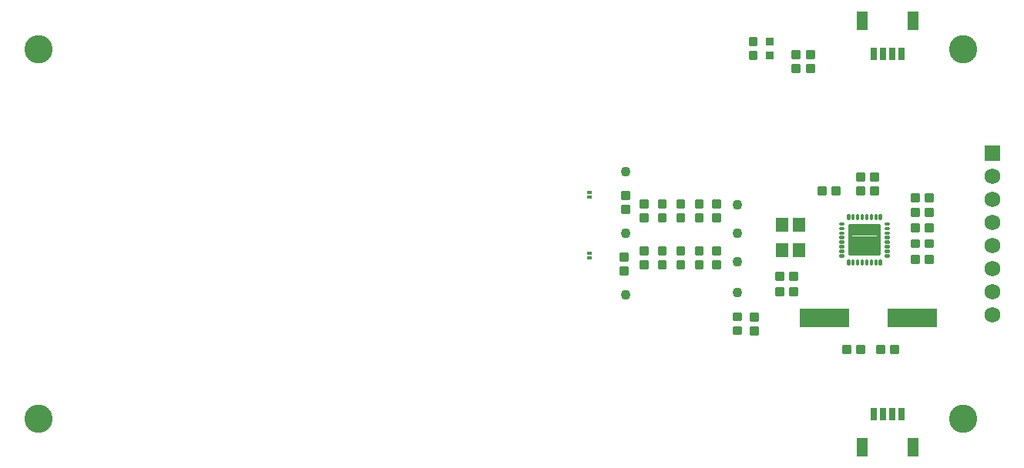
<source format=gbr>
G04 EAGLE Gerber RS-274X export*
G75*
%MOMM*%
%FSLAX34Y34*%
%LPD*%
%INSoldermask Top*%
%IPPOS*%
%AMOC8*
5,1,8,0,0,1.08239X$1,22.5*%
G01*
%ADD10C,3.101600*%
%ADD11R,1.401600X1.601600*%
%ADD12C,0.326897*%
%ADD13C,1.101600*%
%ADD14R,0.531600X0.381600*%
%ADD15C,0.225022*%
%ADD16C,0.461706*%
%ADD17R,5.435600X2.032000*%
%ADD18R,0.701600X1.451600*%
%ADD19R,1.301600X2.101600*%
%ADD20R,0.901600X0.901600*%
%ADD21R,1.752600X1.752600*%
%ADD22C,1.752600*%


D10*
X46800Y46800D03*
X46800Y453200D03*
X1062800Y46800D03*
X1062800Y453200D03*
D11*
X863700Y260350D03*
X882700Y260350D03*
X863700Y232410D03*
X882700Y232410D03*
D12*
X749191Y279851D02*
X749191Y286489D01*
X755829Y286489D01*
X755829Y279851D01*
X749191Y279851D01*
X749191Y282957D02*
X755829Y282957D01*
X755829Y286063D02*
X749191Y286063D01*
X749191Y271249D02*
X749191Y264611D01*
X749191Y271249D02*
X755829Y271249D01*
X755829Y264611D01*
X749191Y264611D01*
X749191Y267717D02*
X755829Y267717D01*
X755829Y270823D02*
X749191Y270823D01*
X749191Y234499D02*
X749191Y227861D01*
X749191Y234499D02*
X755829Y234499D01*
X755829Y227861D01*
X749191Y227861D01*
X749191Y230967D02*
X755829Y230967D01*
X755829Y234073D02*
X749191Y234073D01*
X749191Y219259D02*
X749191Y212621D01*
X749191Y219259D02*
X755829Y219259D01*
X755829Y212621D01*
X749191Y212621D01*
X749191Y215727D02*
X755829Y215727D01*
X755829Y218833D02*
X749191Y218833D01*
X769471Y279851D02*
X769471Y286489D01*
X776109Y286489D01*
X776109Y279851D01*
X769471Y279851D01*
X769471Y282957D02*
X776109Y282957D01*
X776109Y286063D02*
X769471Y286063D01*
X769471Y271249D02*
X769471Y264611D01*
X769471Y271249D02*
X776109Y271249D01*
X776109Y264611D01*
X769471Y264611D01*
X769471Y267717D02*
X776109Y267717D01*
X776109Y270823D02*
X769471Y270823D01*
X769471Y234499D02*
X769471Y227861D01*
X769471Y234499D02*
X776109Y234499D01*
X776109Y227861D01*
X769471Y227861D01*
X769471Y230967D02*
X776109Y230967D01*
X776109Y234073D02*
X769471Y234073D01*
X769471Y219259D02*
X769471Y212621D01*
X769471Y219259D02*
X776109Y219259D01*
X776109Y212621D01*
X769471Y212621D01*
X769471Y215727D02*
X776109Y215727D01*
X776109Y218833D02*
X769471Y218833D01*
X728911Y279851D02*
X728911Y286489D01*
X735549Y286489D01*
X735549Y279851D01*
X728911Y279851D01*
X728911Y282957D02*
X735549Y282957D01*
X735549Y286063D02*
X728911Y286063D01*
X728911Y271249D02*
X728911Y264611D01*
X728911Y271249D02*
X735549Y271249D01*
X735549Y264611D01*
X728911Y264611D01*
X728911Y267717D02*
X735549Y267717D01*
X735549Y270823D02*
X728911Y270823D01*
X728911Y234499D02*
X728911Y227861D01*
X728911Y234499D02*
X735549Y234499D01*
X735549Y227861D01*
X728911Y227861D01*
X728911Y230967D02*
X735549Y230967D01*
X735549Y234073D02*
X728911Y234073D01*
X728911Y219259D02*
X728911Y212621D01*
X728911Y219259D02*
X735549Y219259D01*
X735549Y212621D01*
X728911Y212621D01*
X728911Y215727D02*
X735549Y215727D01*
X735549Y218833D02*
X728911Y218833D01*
X708631Y279851D02*
X708631Y286489D01*
X715269Y286489D01*
X715269Y279851D01*
X708631Y279851D01*
X708631Y282957D02*
X715269Y282957D01*
X715269Y286063D02*
X708631Y286063D01*
X708631Y271249D02*
X708631Y264611D01*
X708631Y271249D02*
X715269Y271249D01*
X715269Y264611D01*
X708631Y264611D01*
X708631Y267717D02*
X715269Y267717D01*
X715269Y270823D02*
X708631Y270823D01*
X708631Y234499D02*
X708631Y227861D01*
X708631Y234499D02*
X715269Y234499D01*
X715269Y227861D01*
X708631Y227861D01*
X708631Y230967D02*
X715269Y230967D01*
X715269Y234073D02*
X708631Y234073D01*
X708631Y219259D02*
X708631Y212621D01*
X708631Y219259D02*
X715269Y219259D01*
X715269Y212621D01*
X708631Y212621D01*
X708631Y215727D02*
X715269Y215727D01*
X715269Y218833D02*
X708631Y218833D01*
D13*
X814780Y281760D03*
X814780Y250730D03*
X814780Y219700D03*
X691670Y182870D03*
X691670Y318590D03*
X691710Y250730D03*
D12*
X857649Y182983D02*
X864287Y182983D01*
X857649Y182983D02*
X857649Y189621D01*
X864287Y189621D01*
X864287Y182983D01*
X864287Y186089D02*
X857649Y186089D01*
X857649Y189195D02*
X864287Y189195D01*
X872889Y182983D02*
X879527Y182983D01*
X872889Y182983D02*
X872889Y189621D01*
X879527Y189621D01*
X879527Y182983D01*
X879527Y186089D02*
X872889Y186089D01*
X872889Y189195D02*
X879527Y189195D01*
X879527Y206305D02*
X872889Y206305D01*
X879527Y206305D02*
X879527Y199667D01*
X872889Y199667D01*
X872889Y206305D01*
X872889Y202773D02*
X879527Y202773D01*
X879527Y205879D02*
X872889Y205879D01*
X864287Y206305D02*
X857649Y206305D01*
X864287Y206305D02*
X864287Y199667D01*
X857649Y199667D01*
X857649Y206305D01*
X857649Y202773D02*
X864287Y202773D01*
X864287Y205879D02*
X857649Y205879D01*
X836533Y146777D02*
X836533Y140139D01*
X829895Y140139D01*
X829895Y146777D01*
X836533Y146777D01*
X836533Y143245D02*
X829895Y143245D01*
X829895Y146351D02*
X836533Y146351D01*
X836533Y155379D02*
X836533Y162017D01*
X836533Y155379D02*
X829895Y155379D01*
X829895Y162017D01*
X836533Y162017D01*
X836533Y158485D02*
X829895Y158485D01*
X829895Y161591D02*
X836533Y161591D01*
X818099Y146869D02*
X818099Y140231D01*
X811461Y140231D01*
X811461Y146869D01*
X818099Y146869D01*
X818099Y143337D02*
X811461Y143337D01*
X811461Y146443D02*
X818099Y146443D01*
X818099Y155471D02*
X818099Y162109D01*
X818099Y155471D02*
X811461Y155471D01*
X811461Y162109D01*
X818099Y162109D01*
X818099Y158577D02*
X811461Y158577D01*
X811461Y161683D02*
X818099Y161683D01*
D13*
X814780Y185420D03*
D12*
X688311Y288821D02*
X688311Y295459D01*
X694949Y295459D01*
X694949Y288821D01*
X688311Y288821D01*
X688311Y291927D02*
X694949Y291927D01*
X694949Y295033D02*
X688311Y295033D01*
X688311Y280219D02*
X688311Y273581D01*
X688311Y280219D02*
X694949Y280219D01*
X694949Y273581D01*
X688311Y273581D01*
X688311Y276687D02*
X694949Y276687D01*
X694949Y279793D02*
X688311Y279793D01*
X687081Y228069D02*
X687081Y221431D01*
X687081Y228069D02*
X693719Y228069D01*
X693719Y221431D01*
X687081Y221431D01*
X687081Y224537D02*
X693719Y224537D01*
X693719Y227643D02*
X687081Y227643D01*
X687081Y212829D02*
X687081Y206191D01*
X687081Y212829D02*
X693719Y212829D01*
X693719Y206191D01*
X687081Y206191D01*
X687081Y209297D02*
X693719Y209297D01*
X693719Y212403D02*
X687081Y212403D01*
D14*
X652220Y290820D03*
X652220Y295920D03*
X652220Y228610D03*
X652220Y223510D03*
D12*
X795159Y264611D02*
X795159Y271249D01*
X795159Y264611D02*
X788521Y264611D01*
X788521Y271249D01*
X795159Y271249D01*
X795159Y267717D02*
X788521Y267717D01*
X788521Y270823D02*
X795159Y270823D01*
X795159Y279851D02*
X795159Y286489D01*
X795159Y279851D02*
X788521Y279851D01*
X788521Y286489D01*
X795159Y286489D01*
X795159Y282957D02*
X788521Y282957D01*
X788521Y286063D02*
X795159Y286063D01*
X795159Y219259D02*
X795159Y212621D01*
X788521Y212621D01*
X788521Y219259D01*
X795159Y219259D01*
X795159Y215727D02*
X788521Y215727D01*
X788521Y218833D02*
X795159Y218833D01*
X795159Y227861D02*
X795159Y234499D01*
X795159Y227861D02*
X788521Y227861D01*
X788521Y234499D01*
X795159Y234499D01*
X795159Y230967D02*
X788521Y230967D01*
X788521Y234073D02*
X795159Y234073D01*
D15*
X970891Y270723D02*
X972157Y270723D01*
X972157Y266957D01*
X970891Y266957D01*
X970891Y270723D01*
X970891Y269094D02*
X972157Y269094D01*
X967157Y270723D02*
X965891Y270723D01*
X967157Y270723D02*
X967157Y266957D01*
X965891Y266957D01*
X965891Y270723D01*
X965891Y269094D02*
X967157Y269094D01*
X962157Y270723D02*
X960891Y270723D01*
X962157Y270723D02*
X962157Y266957D01*
X960891Y266957D01*
X960891Y270723D01*
X960891Y269094D02*
X962157Y269094D01*
X957157Y270723D02*
X955891Y270723D01*
X957157Y270723D02*
X957157Y266957D01*
X955891Y266957D01*
X955891Y270723D01*
X955891Y269094D02*
X957157Y269094D01*
X952157Y270723D02*
X950891Y270723D01*
X952157Y270723D02*
X952157Y266957D01*
X950891Y266957D01*
X950891Y270723D01*
X950891Y269094D02*
X952157Y269094D01*
X947157Y270723D02*
X945891Y270723D01*
X947157Y270723D02*
X947157Y266957D01*
X945891Y266957D01*
X945891Y270723D01*
X945891Y269094D02*
X947157Y269094D01*
X942157Y270723D02*
X940891Y270723D01*
X942157Y270723D02*
X942157Y266957D01*
X940891Y266957D01*
X940891Y270723D01*
X940891Y269094D02*
X942157Y269094D01*
X937157Y270723D02*
X935891Y270723D01*
X937157Y270723D02*
X937157Y266957D01*
X935891Y266957D01*
X935891Y270723D01*
X935891Y269094D02*
X937157Y269094D01*
X927141Y261973D02*
X927141Y260707D01*
X927141Y261973D02*
X930907Y261973D01*
X930907Y260707D01*
X927141Y260707D01*
X927141Y256973D02*
X927141Y255707D01*
X927141Y256973D02*
X930907Y256973D01*
X930907Y255707D01*
X927141Y255707D01*
X927141Y251973D02*
X927141Y250707D01*
X927141Y251973D02*
X930907Y251973D01*
X930907Y250707D01*
X927141Y250707D01*
X927141Y246973D02*
X927141Y245707D01*
X927141Y246973D02*
X930907Y246973D01*
X930907Y245707D01*
X927141Y245707D01*
X927141Y241973D02*
X927141Y240707D01*
X927141Y241973D02*
X930907Y241973D01*
X930907Y240707D01*
X927141Y240707D01*
X927141Y236973D02*
X927141Y235707D01*
X927141Y236973D02*
X930907Y236973D01*
X930907Y235707D01*
X927141Y235707D01*
X927141Y231973D02*
X927141Y230707D01*
X927141Y231973D02*
X930907Y231973D01*
X930907Y230707D01*
X927141Y230707D01*
X927141Y226973D02*
X927141Y225707D01*
X927141Y226973D02*
X930907Y226973D01*
X930907Y225707D01*
X927141Y225707D01*
X935891Y216957D02*
X937157Y216957D01*
X935891Y216957D02*
X935891Y220723D01*
X937157Y220723D01*
X937157Y216957D01*
X937157Y219094D02*
X935891Y219094D01*
X940891Y216957D02*
X942157Y216957D01*
X940891Y216957D02*
X940891Y220723D01*
X942157Y220723D01*
X942157Y216957D01*
X942157Y219094D02*
X940891Y219094D01*
X945891Y216957D02*
X947157Y216957D01*
X945891Y216957D02*
X945891Y220723D01*
X947157Y220723D01*
X947157Y216957D01*
X947157Y219094D02*
X945891Y219094D01*
X950891Y216957D02*
X952157Y216957D01*
X950891Y216957D02*
X950891Y220723D01*
X952157Y220723D01*
X952157Y216957D01*
X952157Y219094D02*
X950891Y219094D01*
X955891Y216957D02*
X957157Y216957D01*
X955891Y216957D02*
X955891Y220723D01*
X957157Y220723D01*
X957157Y216957D01*
X957157Y219094D02*
X955891Y219094D01*
X960891Y216957D02*
X962157Y216957D01*
X960891Y216957D02*
X960891Y220723D01*
X962157Y220723D01*
X962157Y216957D01*
X962157Y219094D02*
X960891Y219094D01*
X965891Y216957D02*
X967157Y216957D01*
X965891Y216957D02*
X965891Y220723D01*
X967157Y220723D01*
X967157Y216957D01*
X967157Y219094D02*
X965891Y219094D01*
X970891Y216957D02*
X972157Y216957D01*
X970891Y216957D02*
X970891Y220723D01*
X972157Y220723D01*
X972157Y216957D01*
X972157Y219094D02*
X970891Y219094D01*
X980907Y225707D02*
X980907Y226973D01*
X980907Y225707D02*
X977141Y225707D01*
X977141Y226973D01*
X980907Y226973D01*
X980907Y230707D02*
X980907Y231973D01*
X980907Y230707D02*
X977141Y230707D01*
X977141Y231973D01*
X980907Y231973D01*
X980907Y235707D02*
X980907Y236973D01*
X980907Y235707D02*
X977141Y235707D01*
X977141Y236973D01*
X980907Y236973D01*
X980907Y240707D02*
X980907Y241973D01*
X980907Y240707D02*
X977141Y240707D01*
X977141Y241973D01*
X980907Y241973D01*
X980907Y245707D02*
X980907Y246973D01*
X980907Y245707D02*
X977141Y245707D01*
X977141Y246973D01*
X980907Y246973D01*
X980907Y250707D02*
X980907Y251973D01*
X980907Y250707D02*
X977141Y250707D01*
X977141Y251973D01*
X980907Y251973D01*
X980907Y255707D02*
X980907Y256973D01*
X980907Y255707D02*
X977141Y255707D01*
X977141Y256973D01*
X980907Y256973D01*
X980907Y260707D02*
X980907Y261973D01*
X980907Y260707D02*
X977141Y260707D01*
X977141Y261973D01*
X980907Y261973D01*
D16*
X938574Y259290D02*
X938574Y228390D01*
X938574Y259290D02*
X969474Y259290D01*
X969474Y228390D01*
X938574Y228390D01*
X938574Y232776D02*
X969474Y232776D01*
X969474Y237162D02*
X938574Y237162D01*
X938574Y241548D02*
X969474Y241548D01*
X969474Y245934D02*
X938574Y245934D01*
X938574Y250320D02*
X969474Y250320D01*
X969474Y254706D02*
X938574Y254706D01*
X938574Y259092D02*
X969474Y259092D01*
D17*
X1006856Y157988D03*
X910336Y157988D03*
D12*
X946895Y126255D02*
X953533Y126255D01*
X953533Y119617D01*
X946895Y119617D01*
X946895Y126255D01*
X946895Y122723D02*
X953533Y122723D01*
X953533Y125829D02*
X946895Y125829D01*
X938293Y126255D02*
X931655Y126255D01*
X938293Y126255D02*
X938293Y119617D01*
X931655Y119617D01*
X931655Y126255D01*
X931655Y122723D02*
X938293Y122723D01*
X938293Y125829D02*
X931655Y125829D01*
X968739Y119617D02*
X975377Y119617D01*
X968739Y119617D02*
X968739Y126255D01*
X975377Y126255D01*
X975377Y119617D01*
X975377Y122723D02*
X968739Y122723D01*
X968739Y125829D02*
X975377Y125829D01*
X983979Y119617D02*
X990617Y119617D01*
X983979Y119617D02*
X983979Y126255D01*
X990617Y126255D01*
X990617Y119617D01*
X990617Y122723D02*
X983979Y122723D01*
X983979Y125829D02*
X990617Y125829D01*
X953787Y293861D02*
X947149Y293861D01*
X947149Y300499D01*
X953787Y300499D01*
X953787Y293861D01*
X953787Y296967D02*
X947149Y296967D01*
X947149Y300073D02*
X953787Y300073D01*
X962389Y293861D02*
X969027Y293861D01*
X962389Y293861D02*
X962389Y300499D01*
X969027Y300499D01*
X969027Y293861D01*
X969027Y296967D02*
X962389Y296967D01*
X962389Y300073D02*
X969027Y300073D01*
D18*
X995000Y448000D03*
X985000Y448000D03*
X975000Y448000D03*
X965000Y448000D03*
D19*
X952000Y484750D03*
X1008000Y484750D03*
D18*
X965000Y52000D03*
X975000Y52000D03*
X985000Y52000D03*
X995000Y52000D03*
D19*
X1008000Y15250D03*
X952000Y15250D03*
D20*
X849884Y446652D03*
X849884Y461652D03*
D12*
X891777Y450359D02*
X891777Y443721D01*
X891777Y450359D02*
X898415Y450359D01*
X898415Y443721D01*
X891777Y443721D01*
X891777Y446827D02*
X898415Y446827D01*
X898415Y449933D02*
X891777Y449933D01*
X891777Y435119D02*
X891777Y428481D01*
X891777Y435119D02*
X898415Y435119D01*
X898415Y428481D01*
X891777Y428481D01*
X891777Y431587D02*
X898415Y431587D01*
X898415Y434693D02*
X891777Y434693D01*
X875521Y443721D02*
X875521Y450359D01*
X882159Y450359D01*
X882159Y443721D01*
X875521Y443721D01*
X875521Y446827D02*
X882159Y446827D01*
X882159Y449933D02*
X875521Y449933D01*
X875521Y435119D02*
X875521Y428481D01*
X875521Y435119D02*
X882159Y435119D01*
X882159Y428481D01*
X875521Y428481D01*
X875521Y431587D02*
X882159Y431587D01*
X882159Y434693D02*
X875521Y434693D01*
X835423Y443213D02*
X835423Y449851D01*
X835423Y443213D02*
X828785Y443213D01*
X828785Y449851D01*
X835423Y449851D01*
X835423Y446319D02*
X828785Y446319D01*
X828785Y449425D02*
X835423Y449425D01*
X835423Y458453D02*
X835423Y465091D01*
X835423Y458453D02*
X828785Y458453D01*
X828785Y465091D01*
X835423Y465091D01*
X835423Y461559D02*
X828785Y461559D01*
X828785Y464665D02*
X835423Y464665D01*
X904223Y293861D02*
X910861Y293861D01*
X904223Y293861D02*
X904223Y300499D01*
X910861Y300499D01*
X910861Y293861D01*
X910861Y296967D02*
X904223Y296967D01*
X904223Y300073D02*
X910861Y300073D01*
X919463Y293861D02*
X926101Y293861D01*
X919463Y293861D02*
X919463Y300499D01*
X926101Y300499D01*
X926101Y293861D01*
X926101Y296967D02*
X919463Y296967D01*
X919463Y300073D02*
X926101Y300073D01*
X1022333Y292879D02*
X1028971Y292879D01*
X1028971Y286241D01*
X1022333Y286241D01*
X1022333Y292879D01*
X1022333Y289347D02*
X1028971Y289347D01*
X1028971Y292453D02*
X1022333Y292453D01*
X1013731Y292879D02*
X1007093Y292879D01*
X1013731Y292879D02*
X1013731Y286241D01*
X1007093Y286241D01*
X1007093Y292879D01*
X1007093Y289347D02*
X1013731Y289347D01*
X1013731Y292453D02*
X1007093Y292453D01*
X1022333Y225315D02*
X1028971Y225315D01*
X1028971Y218677D01*
X1022333Y218677D01*
X1022333Y225315D01*
X1022333Y221783D02*
X1028971Y221783D01*
X1028971Y224889D02*
X1022333Y224889D01*
X1013731Y225315D02*
X1007093Y225315D01*
X1013731Y225315D02*
X1013731Y218677D01*
X1007093Y218677D01*
X1007093Y225315D01*
X1007093Y221783D02*
X1013731Y221783D01*
X1013731Y224889D02*
X1007093Y224889D01*
X1022333Y242587D02*
X1028971Y242587D01*
X1028971Y235949D01*
X1022333Y235949D01*
X1022333Y242587D01*
X1022333Y239055D02*
X1028971Y239055D01*
X1028971Y242161D02*
X1022333Y242161D01*
X1013731Y242587D02*
X1007093Y242587D01*
X1013731Y242587D02*
X1013731Y235949D01*
X1007093Y235949D01*
X1007093Y242587D01*
X1007093Y239055D02*
X1013731Y239055D01*
X1013731Y242161D02*
X1007093Y242161D01*
X1022333Y259605D02*
X1028971Y259605D01*
X1028971Y252967D01*
X1022333Y252967D01*
X1022333Y259605D01*
X1022333Y256073D02*
X1028971Y256073D01*
X1028971Y259179D02*
X1022333Y259179D01*
X1013731Y259605D02*
X1007093Y259605D01*
X1013731Y259605D02*
X1013731Y252967D01*
X1007093Y252967D01*
X1007093Y259605D01*
X1007093Y256073D02*
X1013731Y256073D01*
X1013731Y259179D02*
X1007093Y259179D01*
X1007093Y269985D02*
X1013731Y269985D01*
X1007093Y269985D02*
X1007093Y276623D01*
X1013731Y276623D01*
X1013731Y269985D01*
X1013731Y273091D02*
X1007093Y273091D01*
X1007093Y276197D02*
X1013731Y276197D01*
X1022333Y269985D02*
X1028971Y269985D01*
X1022333Y269985D02*
X1022333Y276623D01*
X1028971Y276623D01*
X1028971Y269985D01*
X1028971Y273091D02*
X1022333Y273091D01*
X1022333Y276197D02*
X1028971Y276197D01*
D21*
X1094600Y338900D03*
D22*
X1094600Y313500D03*
X1094600Y288100D03*
X1094600Y262700D03*
X1094600Y237300D03*
X1094600Y211900D03*
X1094600Y186500D03*
X1094600Y161100D03*
D12*
X969027Y315739D02*
X962389Y315739D01*
X969027Y315739D02*
X969027Y309101D01*
X962389Y309101D01*
X962389Y315739D01*
X962389Y312207D02*
X969027Y312207D01*
X969027Y315313D02*
X962389Y315313D01*
X953787Y315739D02*
X947149Y315739D01*
X953787Y315739D02*
X953787Y309101D01*
X947149Y309101D01*
X947149Y315739D01*
X947149Y312207D02*
X953787Y312207D01*
X953787Y315313D02*
X947149Y315313D01*
M02*

</source>
